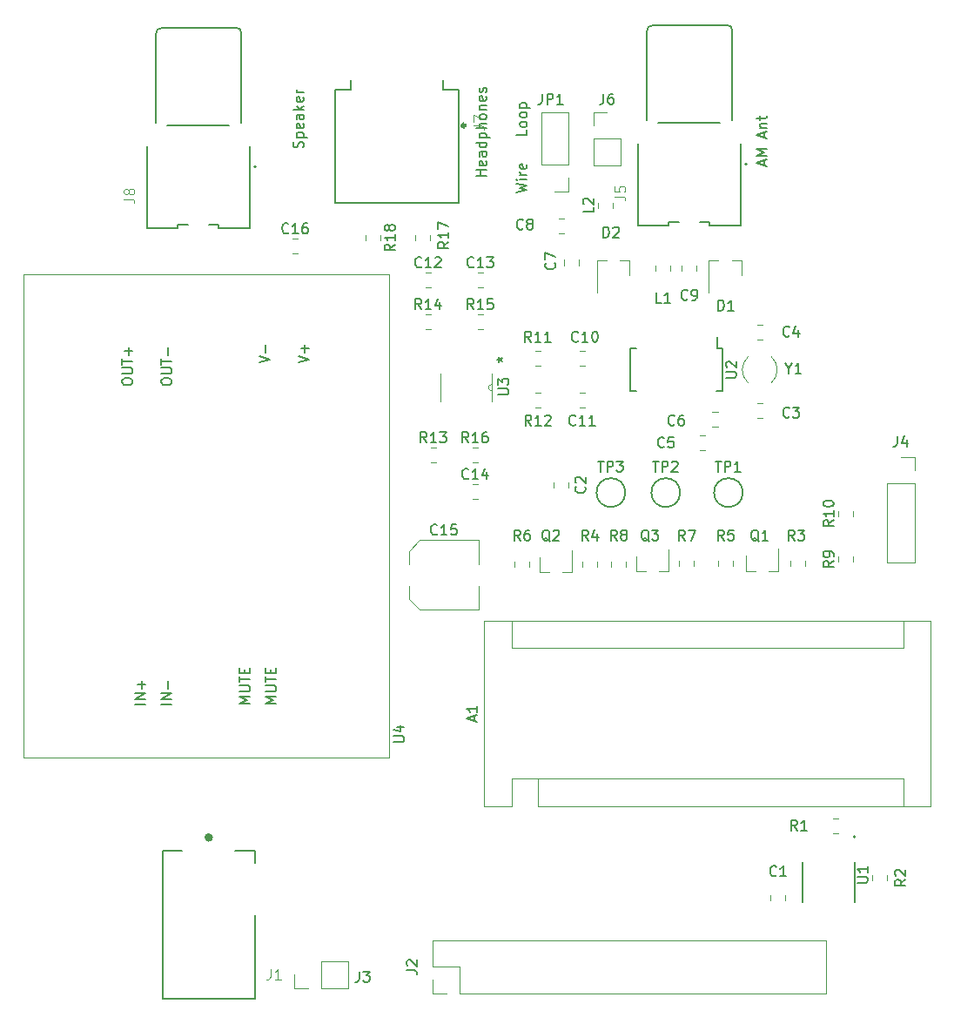
<source format=gbr>
%TF.GenerationSoftware,KiCad,Pcbnew,5.1.5+dfsg1-2build2*%
%TF.CreationDate,2022-03-24T11:55:02-04:00*%
%TF.ProjectId,Arduino controlled radio,41726475-696e-46f2-9063-6f6e74726f6c,rev?*%
%TF.SameCoordinates,Original*%
%TF.FileFunction,Legend,Top*%
%TF.FilePolarity,Positive*%
%FSLAX46Y46*%
G04 Gerber Fmt 4.6, Leading zero omitted, Abs format (unit mm)*
G04 Created by KiCad (PCBNEW 5.1.5+dfsg1-2build2) date 2022-03-24 11:55:02*
%MOMM*%
%LPD*%
G04 APERTURE LIST*
%ADD10C,0.150000*%
%ADD11C,0.120000*%
%ADD12C,0.127000*%
%ADD13C,0.200000*%
%ADD14C,0.340000*%
%ADD15C,0.400000*%
%ADD16C,0.015000*%
G04 APERTURE END LIST*
D10*
X129865380Y-48076904D02*
X128865380Y-48076904D01*
X129341571Y-48076904D02*
X129341571Y-47505476D01*
X129865380Y-47505476D02*
X128865380Y-47505476D01*
X129817761Y-46648333D02*
X129865380Y-46743571D01*
X129865380Y-46934047D01*
X129817761Y-47029285D01*
X129722523Y-47076904D01*
X129341571Y-47076904D01*
X129246333Y-47029285D01*
X129198714Y-46934047D01*
X129198714Y-46743571D01*
X129246333Y-46648333D01*
X129341571Y-46600714D01*
X129436809Y-46600714D01*
X129532047Y-47076904D01*
X129865380Y-45743571D02*
X129341571Y-45743571D01*
X129246333Y-45791190D01*
X129198714Y-45886428D01*
X129198714Y-46076904D01*
X129246333Y-46172142D01*
X129817761Y-45743571D02*
X129865380Y-45838809D01*
X129865380Y-46076904D01*
X129817761Y-46172142D01*
X129722523Y-46219761D01*
X129627285Y-46219761D01*
X129532047Y-46172142D01*
X129484428Y-46076904D01*
X129484428Y-45838809D01*
X129436809Y-45743571D01*
X129865380Y-44838809D02*
X128865380Y-44838809D01*
X129817761Y-44838809D02*
X129865380Y-44934047D01*
X129865380Y-45124523D01*
X129817761Y-45219761D01*
X129770142Y-45267380D01*
X129674904Y-45315000D01*
X129389190Y-45315000D01*
X129293952Y-45267380D01*
X129246333Y-45219761D01*
X129198714Y-45124523D01*
X129198714Y-44934047D01*
X129246333Y-44838809D01*
X129198714Y-44362619D02*
X130198714Y-44362619D01*
X129246333Y-44362619D02*
X129198714Y-44267380D01*
X129198714Y-44076904D01*
X129246333Y-43981666D01*
X129293952Y-43934047D01*
X129389190Y-43886428D01*
X129674904Y-43886428D01*
X129770142Y-43934047D01*
X129817761Y-43981666D01*
X129865380Y-44076904D01*
X129865380Y-44267380D01*
X129817761Y-44362619D01*
X129865380Y-43457857D02*
X128865380Y-43457857D01*
X129865380Y-43029285D02*
X129341571Y-43029285D01*
X129246333Y-43076904D01*
X129198714Y-43172142D01*
X129198714Y-43315000D01*
X129246333Y-43410238D01*
X129293952Y-43457857D01*
X129865380Y-42410238D02*
X129817761Y-42505476D01*
X129770142Y-42553095D01*
X129674904Y-42600714D01*
X129389190Y-42600714D01*
X129293952Y-42553095D01*
X129246333Y-42505476D01*
X129198714Y-42410238D01*
X129198714Y-42267380D01*
X129246333Y-42172142D01*
X129293952Y-42124523D01*
X129389190Y-42076904D01*
X129674904Y-42076904D01*
X129770142Y-42124523D01*
X129817761Y-42172142D01*
X129865380Y-42267380D01*
X129865380Y-42410238D01*
X129198714Y-41648333D02*
X129865380Y-41648333D01*
X129293952Y-41648333D02*
X129246333Y-41600714D01*
X129198714Y-41505476D01*
X129198714Y-41362619D01*
X129246333Y-41267380D01*
X129341571Y-41219761D01*
X129865380Y-41219761D01*
X129817761Y-40362619D02*
X129865380Y-40457857D01*
X129865380Y-40648333D01*
X129817761Y-40743571D01*
X129722523Y-40791190D01*
X129341571Y-40791190D01*
X129246333Y-40743571D01*
X129198714Y-40648333D01*
X129198714Y-40457857D01*
X129246333Y-40362619D01*
X129341571Y-40315000D01*
X129436809Y-40315000D01*
X129532047Y-40791190D01*
X129817761Y-39934047D02*
X129865380Y-39838809D01*
X129865380Y-39648333D01*
X129817761Y-39553095D01*
X129722523Y-39505476D01*
X129674904Y-39505476D01*
X129579666Y-39553095D01*
X129532047Y-39648333D01*
X129532047Y-39791190D01*
X129484428Y-39886428D01*
X129389190Y-39934047D01*
X129341571Y-39934047D01*
X129246333Y-39886428D01*
X129198714Y-39791190D01*
X129198714Y-39648333D01*
X129246333Y-39553095D01*
X112037761Y-45306904D02*
X112085380Y-45164047D01*
X112085380Y-44925952D01*
X112037761Y-44830714D01*
X111990142Y-44783095D01*
X111894904Y-44735476D01*
X111799666Y-44735476D01*
X111704428Y-44783095D01*
X111656809Y-44830714D01*
X111609190Y-44925952D01*
X111561571Y-45116428D01*
X111513952Y-45211666D01*
X111466333Y-45259285D01*
X111371095Y-45306904D01*
X111275857Y-45306904D01*
X111180619Y-45259285D01*
X111133000Y-45211666D01*
X111085380Y-45116428D01*
X111085380Y-44878333D01*
X111133000Y-44735476D01*
X111418714Y-44306904D02*
X112418714Y-44306904D01*
X111466333Y-44306904D02*
X111418714Y-44211666D01*
X111418714Y-44021190D01*
X111466333Y-43925952D01*
X111513952Y-43878333D01*
X111609190Y-43830714D01*
X111894904Y-43830714D01*
X111990142Y-43878333D01*
X112037761Y-43925952D01*
X112085380Y-44021190D01*
X112085380Y-44211666D01*
X112037761Y-44306904D01*
X112037761Y-43021190D02*
X112085380Y-43116428D01*
X112085380Y-43306904D01*
X112037761Y-43402142D01*
X111942523Y-43449761D01*
X111561571Y-43449761D01*
X111466333Y-43402142D01*
X111418714Y-43306904D01*
X111418714Y-43116428D01*
X111466333Y-43021190D01*
X111561571Y-42973571D01*
X111656809Y-42973571D01*
X111752047Y-43449761D01*
X112085380Y-42116428D02*
X111561571Y-42116428D01*
X111466333Y-42164047D01*
X111418714Y-42259285D01*
X111418714Y-42449761D01*
X111466333Y-42545000D01*
X112037761Y-42116428D02*
X112085380Y-42211666D01*
X112085380Y-42449761D01*
X112037761Y-42545000D01*
X111942523Y-42592619D01*
X111847285Y-42592619D01*
X111752047Y-42545000D01*
X111704428Y-42449761D01*
X111704428Y-42211666D01*
X111656809Y-42116428D01*
X112085380Y-41640238D02*
X111085380Y-41640238D01*
X111704428Y-41545000D02*
X112085380Y-41259285D01*
X111418714Y-41259285D02*
X111799666Y-41640238D01*
X112037761Y-40449761D02*
X112085380Y-40545000D01*
X112085380Y-40735476D01*
X112037761Y-40830714D01*
X111942523Y-40878333D01*
X111561571Y-40878333D01*
X111466333Y-40830714D01*
X111418714Y-40735476D01*
X111418714Y-40545000D01*
X111466333Y-40449761D01*
X111561571Y-40402142D01*
X111656809Y-40402142D01*
X111752047Y-40878333D01*
X112085380Y-39973571D02*
X111418714Y-39973571D01*
X111609190Y-39973571D02*
X111513952Y-39925952D01*
X111466333Y-39878333D01*
X111418714Y-39783095D01*
X111418714Y-39687857D01*
X132802380Y-49664761D02*
X133802380Y-49426666D01*
X133088095Y-49236190D01*
X133802380Y-49045714D01*
X132802380Y-48807619D01*
X133802380Y-48426666D02*
X133135714Y-48426666D01*
X132802380Y-48426666D02*
X132850000Y-48474285D01*
X132897619Y-48426666D01*
X132850000Y-48379047D01*
X132802380Y-48426666D01*
X132897619Y-48426666D01*
X133802380Y-47950476D02*
X133135714Y-47950476D01*
X133326190Y-47950476D02*
X133230952Y-47902857D01*
X133183333Y-47855238D01*
X133135714Y-47760000D01*
X133135714Y-47664761D01*
X133754761Y-46950476D02*
X133802380Y-47045714D01*
X133802380Y-47236190D01*
X133754761Y-47331428D01*
X133659523Y-47379047D01*
X133278571Y-47379047D01*
X133183333Y-47331428D01*
X133135714Y-47236190D01*
X133135714Y-47045714D01*
X133183333Y-46950476D01*
X133278571Y-46902857D01*
X133373809Y-46902857D01*
X133469047Y-47379047D01*
X133802380Y-43592619D02*
X133802380Y-44068809D01*
X132802380Y-44068809D01*
X133802380Y-43116428D02*
X133754761Y-43211666D01*
X133707142Y-43259285D01*
X133611904Y-43306904D01*
X133326190Y-43306904D01*
X133230952Y-43259285D01*
X133183333Y-43211666D01*
X133135714Y-43116428D01*
X133135714Y-42973571D01*
X133183333Y-42878333D01*
X133230952Y-42830714D01*
X133326190Y-42783095D01*
X133611904Y-42783095D01*
X133707142Y-42830714D01*
X133754761Y-42878333D01*
X133802380Y-42973571D01*
X133802380Y-43116428D01*
X133802380Y-42211666D02*
X133754761Y-42306904D01*
X133707142Y-42354523D01*
X133611904Y-42402142D01*
X133326190Y-42402142D01*
X133230952Y-42354523D01*
X133183333Y-42306904D01*
X133135714Y-42211666D01*
X133135714Y-42068809D01*
X133183333Y-41973571D01*
X133230952Y-41925952D01*
X133326190Y-41878333D01*
X133611904Y-41878333D01*
X133707142Y-41925952D01*
X133754761Y-41973571D01*
X133802380Y-42068809D01*
X133802380Y-42211666D01*
X133135714Y-41449761D02*
X134135714Y-41449761D01*
X133183333Y-41449761D02*
X133135714Y-41354523D01*
X133135714Y-41164047D01*
X133183333Y-41068809D01*
X133230952Y-41021190D01*
X133326190Y-40973571D01*
X133611904Y-40973571D01*
X133707142Y-41021190D01*
X133754761Y-41068809D01*
X133802380Y-41164047D01*
X133802380Y-41354523D01*
X133754761Y-41449761D01*
X156884666Y-47061142D02*
X156884666Y-46584952D01*
X157170380Y-47156380D02*
X156170380Y-46823047D01*
X157170380Y-46489714D01*
X157170380Y-46156380D02*
X156170380Y-46156380D01*
X156884666Y-45823047D01*
X156170380Y-45489714D01*
X157170380Y-45489714D01*
X156884666Y-44299238D02*
X156884666Y-43823047D01*
X157170380Y-44394476D02*
X156170380Y-44061142D01*
X157170380Y-43727809D01*
X156503714Y-43394476D02*
X157170380Y-43394476D01*
X156598952Y-43394476D02*
X156551333Y-43346857D01*
X156503714Y-43251619D01*
X156503714Y-43108761D01*
X156551333Y-43013523D01*
X156646571Y-42965904D01*
X157170380Y-42965904D01*
X156503714Y-42632571D02*
X156503714Y-42251619D01*
X156170380Y-42489714D02*
X157027523Y-42489714D01*
X157122761Y-42442095D01*
X157170380Y-42346857D01*
X157170380Y-42251619D01*
D11*
%TO.C,J2*%
X124654000Y-127568000D02*
X124654000Y-126238000D01*
X125984000Y-127568000D02*
X124654000Y-127568000D01*
X124654000Y-124968000D02*
X124654000Y-122368000D01*
X127254000Y-124968000D02*
X124654000Y-124968000D01*
X127254000Y-127568000D02*
X127254000Y-124968000D01*
X124654000Y-122368000D02*
X162874000Y-122368000D01*
X127254000Y-127568000D02*
X162874000Y-127568000D01*
X162874000Y-127568000D02*
X162874000Y-122368000D01*
%TO.C,U3*%
X130390900Y-68961000D02*
G75*
G02X130390900Y-68351400I0J304800D01*
G01*
X130390900Y-70029853D02*
X130390900Y-67282547D01*
X125387100Y-67282547D02*
X125387100Y-70029853D01*
%TO.C,R13*%
X124443748Y-75894000D02*
X124966252Y-75894000D01*
X124443748Y-74474000D02*
X124966252Y-74474000D01*
%TO.C,C10*%
X138921748Y-66496000D02*
X139444252Y-66496000D01*
X138921748Y-65076000D02*
X139444252Y-65076000D01*
%TO.C,R12*%
X135144252Y-69140000D02*
X134621748Y-69140000D01*
X135144252Y-70560000D02*
X134621748Y-70560000D01*
%TO.C,U4*%
X120396000Y-57658000D02*
X120396000Y-104648000D01*
X84836000Y-57658000D02*
X120396000Y-57658000D01*
X84836000Y-104648000D02*
X84836000Y-57658000D01*
X120396000Y-104648000D02*
X84836000Y-104648000D01*
%TO.C,C15*%
X122320000Y-89213563D02*
X123384437Y-90278000D01*
X122320000Y-84522437D02*
X123384437Y-83458000D01*
X122320000Y-84522437D02*
X122320000Y-85808000D01*
X122320000Y-89213563D02*
X122320000Y-87928000D01*
X123384437Y-90278000D02*
X129140000Y-90278000D01*
X123384437Y-83458000D02*
X129140000Y-83458000D01*
X129140000Y-83458000D02*
X129140000Y-85808000D01*
X129140000Y-90278000D02*
X129140000Y-87928000D01*
%TO.C,C16*%
X110999748Y-55574000D02*
X111522252Y-55574000D01*
X110999748Y-54154000D02*
X111522252Y-54154000D01*
%TO.C,C7*%
X137441000Y-56232248D02*
X137441000Y-56754752D01*
X138911000Y-56232248D02*
X138911000Y-56754752D01*
%TO.C,A1*%
X134874000Y-106680000D02*
X132334000Y-106680000D01*
X132334000Y-106680000D02*
X132334000Y-109350000D01*
X134874000Y-109350000D02*
X173104000Y-109350000D01*
X129664000Y-109350000D02*
X132334000Y-109350000D01*
X132334000Y-93980000D02*
X132334000Y-91310000D01*
X132334000Y-93980000D02*
X170434000Y-93980000D01*
X170434000Y-93980000D02*
X170434000Y-91310000D01*
X134874000Y-106680000D02*
X134874000Y-109350000D01*
X134874000Y-106680000D02*
X170434000Y-106680000D01*
X170434000Y-106680000D02*
X170434000Y-109350000D01*
X173104000Y-109350000D02*
X173104000Y-91310000D01*
X173104000Y-91310000D02*
X129664000Y-91310000D01*
X129664000Y-91310000D02*
X129664000Y-109350000D01*
%TO.C,R2*%
X167438000Y-116070748D02*
X167438000Y-116593252D01*
X168858000Y-116070748D02*
X168858000Y-116593252D01*
%TO.C,C14*%
X128507748Y-79450000D02*
X129030252Y-79450000D01*
X128507748Y-78030000D02*
X129030252Y-78030000D01*
%TO.C,C13*%
X129015748Y-58876000D02*
X129538252Y-58876000D01*
X129015748Y-57456000D02*
X129538252Y-57456000D01*
%TO.C,C3*%
X156224248Y-71601000D02*
X156746752Y-71601000D01*
X156224248Y-70131000D02*
X156746752Y-70131000D01*
%TO.C,Y1*%
X157593479Y-65658458D02*
G75*
G02X157594088Y-68199000I-1129479J-1270542D01*
G01*
X155334521Y-65658458D02*
G75*
G03X155333912Y-68199000I1129479J-1270542D01*
G01*
%TO.C,R18*%
X118162000Y-53831748D02*
X118162000Y-54354252D01*
X119582000Y-53831748D02*
X119582000Y-54354252D01*
%TO.C,R17*%
X122988000Y-53831748D02*
X122988000Y-54354252D01*
X124408000Y-53831748D02*
X124408000Y-54354252D01*
%TO.C,R16*%
X128507748Y-75894000D02*
X129030252Y-75894000D01*
X128507748Y-74474000D02*
X129030252Y-74474000D01*
%TO.C,R15*%
X129015748Y-62940000D02*
X129538252Y-62940000D01*
X129015748Y-61520000D02*
X129538252Y-61520000D01*
%TO.C,R14*%
X123935748Y-62940000D02*
X124458252Y-62940000D01*
X123935748Y-61520000D02*
X124458252Y-61520000D01*
%TO.C,R11*%
X135126252Y-65076000D02*
X134603748Y-65076000D01*
X135126252Y-66496000D02*
X134603748Y-66496000D01*
D12*
%TO.C,J8*%
X97704000Y-34290000D02*
G75*
G02X98314000Y-33680000I610000J0D01*
G01*
X105614000Y-33680000D02*
G75*
G02X106004000Y-34070000I0J-390000D01*
G01*
X106854000Y-53180000D02*
X106854000Y-45180000D01*
X104854000Y-43180000D02*
X98854000Y-43180000D01*
X106854000Y-53180000D02*
X103854000Y-53180000D01*
X103854000Y-53180000D02*
X103854000Y-52780000D01*
X99854000Y-52780000D02*
X99854000Y-53180000D01*
X99854000Y-53180000D02*
X96854000Y-53180000D01*
X96854000Y-53180000D02*
X96854000Y-45180000D01*
X100854000Y-52780000D02*
X99854000Y-52780000D01*
D13*
X107467000Y-47170000D02*
G75*
G03X107467000Y-47170000I-100000J0D01*
G01*
D12*
X97704000Y-42930000D02*
X97704000Y-34290000D01*
X98314000Y-33680000D02*
X105614000Y-33680000D01*
X106004000Y-34070000D02*
X106004000Y-42930000D01*
X103854000Y-52780000D02*
X102854000Y-52780000D01*
D14*
%TO.C,J7*%
X127828000Y-43180000D02*
G75*
G03X127828000Y-43180000I-170000J0D01*
G01*
D12*
X116658000Y-38780000D02*
X116658000Y-39680000D01*
X116658000Y-39680000D02*
X115158000Y-39680000D01*
X125658000Y-39680000D02*
X125658000Y-38780000D01*
X127158000Y-39680000D02*
X125658000Y-39680000D01*
X127158000Y-50680000D02*
X127158000Y-39680000D01*
X115158000Y-50680000D02*
X115158000Y-39680000D01*
X127158000Y-50680000D02*
X115158000Y-50680000D01*
D11*
%TO.C,C12*%
X123935748Y-58876000D02*
X124458252Y-58876000D01*
X123935748Y-57456000D02*
X124458252Y-57456000D01*
%TO.C,C11*%
X138921748Y-70560000D02*
X139444252Y-70560000D01*
X138921748Y-69140000D02*
X139444252Y-69140000D01*
D10*
%TO.C,TP2*%
X148720000Y-78867000D02*
G75*
G03X148720000Y-78867000I-1400000J0D01*
G01*
D11*
%TO.C,R10*%
X165556000Y-81169252D02*
X165556000Y-80646748D01*
X164136000Y-81169252D02*
X164136000Y-80646748D01*
%TO.C,R9*%
X165556000Y-85605252D02*
X165556000Y-85082748D01*
X164136000Y-85605252D02*
X164136000Y-85082748D01*
%TO.C,R8*%
X143458000Y-86104252D02*
X143458000Y-85581748D01*
X142038000Y-86104252D02*
X142038000Y-85581748D01*
%TO.C,R7*%
X148642000Y-85472748D02*
X148642000Y-85995252D01*
X150062000Y-85472748D02*
X150062000Y-85995252D01*
%TO.C,R6*%
X134060000Y-86104252D02*
X134060000Y-85581748D01*
X132640000Y-86104252D02*
X132640000Y-85581748D01*
%TO.C,R5*%
X153872000Y-85986252D02*
X153872000Y-85463748D01*
X152452000Y-85986252D02*
X152452000Y-85463748D01*
%TO.C,R4*%
X139244000Y-85581748D02*
X139244000Y-86104252D01*
X140664000Y-85581748D02*
X140664000Y-86104252D01*
%TO.C,R3*%
X159437000Y-85454748D02*
X159437000Y-85977252D01*
X160857000Y-85454748D02*
X160857000Y-85977252D01*
%TO.C,Q3*%
X144470000Y-86546000D02*
X144470000Y-85086000D01*
X147630000Y-86546000D02*
X147630000Y-84386000D01*
X147630000Y-86546000D02*
X146700000Y-86546000D01*
X144470000Y-86546000D02*
X145400000Y-86546000D01*
%TO.C,Q2*%
X135072000Y-86628000D02*
X135072000Y-85168000D01*
X138232000Y-86628000D02*
X138232000Y-84468000D01*
X138232000Y-86628000D02*
X137302000Y-86628000D01*
X135072000Y-86628000D02*
X136002000Y-86628000D01*
%TO.C,Q1*%
X155138000Y-86485000D02*
X155138000Y-85025000D01*
X158298000Y-86485000D02*
X158298000Y-84325000D01*
X158298000Y-86485000D02*
X157368000Y-86485000D01*
X155138000Y-86485000D02*
X156068000Y-86485000D01*
%TO.C,D2*%
X143820000Y-56263000D02*
X143820000Y-57723000D01*
X140660000Y-56263000D02*
X140660000Y-59423000D01*
X140660000Y-56263000D02*
X141590000Y-56263000D01*
X143820000Y-56263000D02*
X142890000Y-56263000D01*
%TO.C,D1*%
X154676000Y-56287000D02*
X154676000Y-57747000D01*
X151516000Y-56287000D02*
X151516000Y-59447000D01*
X151516000Y-56287000D02*
X152446000Y-56287000D01*
X154676000Y-56287000D02*
X153746000Y-56287000D01*
%TO.C,J4*%
X170180000Y-75378000D02*
X171510000Y-75378000D01*
X171510000Y-75378000D02*
X171510000Y-76708000D01*
X171510000Y-77978000D02*
X171510000Y-85658000D01*
X168850000Y-85658000D02*
X171510000Y-85658000D01*
X168850000Y-77978000D02*
X168850000Y-85658000D01*
X168850000Y-77978000D02*
X171510000Y-77978000D01*
D15*
%TO.C,J1*%
X103070000Y-112404000D02*
G75*
G03X103070000Y-112404000I-200000J0D01*
G01*
D12*
X105420000Y-113704000D02*
X107370000Y-113704000D01*
X107370000Y-119954000D02*
X107370000Y-128104000D01*
X98370000Y-113704000D02*
X100220000Y-113704000D01*
X107370000Y-113704000D02*
X107370000Y-114854000D01*
X98370000Y-128104000D02*
X98370000Y-113704000D01*
X107370000Y-128104000D02*
X98370000Y-128104000D01*
D11*
%TO.C,L2*%
X142188000Y-51197252D02*
X142188000Y-50674748D01*
X140768000Y-51197252D02*
X140768000Y-50674748D01*
%TO.C,C4*%
X156224248Y-63981000D02*
X156746752Y-63981000D01*
X156224248Y-62511000D02*
X156746752Y-62511000D01*
D10*
%TO.C,TP3*%
X143386000Y-78867000D02*
G75*
G03X143386000Y-78867000I-1400000J0D01*
G01*
D11*
%TO.C,C9*%
X148871000Y-56783248D02*
X148871000Y-57305752D01*
X150341000Y-56783248D02*
X150341000Y-57305752D01*
%TO.C,C8*%
X136898748Y-53672500D02*
X137421252Y-53672500D01*
X136898748Y-52202500D02*
X137421252Y-52202500D01*
%TO.C,C2*%
X137895000Y-78387752D02*
X137895000Y-77865248D01*
X136425000Y-78387752D02*
X136425000Y-77865248D01*
%TO.C,J6*%
X140275000Y-41850000D02*
X141605000Y-41850000D01*
X140275000Y-43180000D02*
X140275000Y-41850000D01*
X140275000Y-44450000D02*
X142935000Y-44450000D01*
X142935000Y-44450000D02*
X142935000Y-47050000D01*
X140275000Y-44450000D02*
X140275000Y-47050000D01*
X140275000Y-47050000D02*
X142935000Y-47050000D01*
D10*
%TO.C,TP1*%
X154816000Y-78867000D02*
G75*
G03X154816000Y-78867000I-1400000J0D01*
G01*
D11*
%TO.C,JP1*%
X137855000Y-49590000D02*
X136525000Y-49590000D01*
X137855000Y-48260000D02*
X137855000Y-49590000D01*
X137855000Y-46990000D02*
X135195000Y-46990000D01*
X135195000Y-46990000D02*
X135195000Y-41850000D01*
X137855000Y-46990000D02*
X137855000Y-41850000D01*
X137855000Y-41850000D02*
X135195000Y-41850000D01*
%TO.C,L1*%
X147776000Y-57284252D02*
X147776000Y-56761748D01*
X146356000Y-57284252D02*
X146356000Y-56761748D01*
D13*
%TO.C,U1*%
X165770000Y-112330000D02*
G75*
G03X165770000Y-112330000I-100000J0D01*
G01*
D12*
X165720000Y-114825000D02*
X165720000Y-118725000D01*
X160670000Y-114825000D02*
X160670000Y-118725000D01*
D11*
%TO.C,C5*%
X150636248Y-74776000D02*
X151158752Y-74776000D01*
X150636248Y-73306000D02*
X151158752Y-73306000D01*
%TO.C,C6*%
X152385752Y-71020000D02*
X151863248Y-71020000D01*
X152385752Y-72490000D02*
X151863248Y-72490000D01*
%TO.C,R1*%
X163618936Y-111987000D02*
X164073064Y-111987000D01*
X163618936Y-110517000D02*
X164073064Y-110517000D01*
%TO.C,C1*%
X157507000Y-117997248D02*
X157507000Y-118519752D01*
X158977000Y-117997248D02*
X158977000Y-118519752D01*
%TO.C,J3*%
X111192000Y-127060000D02*
X111192000Y-125730000D01*
X112522000Y-127060000D02*
X111192000Y-127060000D01*
X113792000Y-127060000D02*
X113792000Y-124400000D01*
X113792000Y-124400000D02*
X116392000Y-124400000D01*
X113792000Y-127060000D02*
X116392000Y-127060000D01*
X116392000Y-127060000D02*
X116392000Y-124400000D01*
D12*
%TO.C,J5*%
X145456000Y-34036000D02*
G75*
G02X146066000Y-33426000I610000J0D01*
G01*
X153366000Y-33426000D02*
G75*
G02X153756000Y-33816000I0J-390000D01*
G01*
X154606000Y-52926000D02*
X154606000Y-44926000D01*
X152606000Y-42926000D02*
X146606000Y-42926000D01*
X154606000Y-52926000D02*
X151606000Y-52926000D01*
X151606000Y-52926000D02*
X151606000Y-52526000D01*
X147606000Y-52526000D02*
X147606000Y-52926000D01*
X147606000Y-52926000D02*
X144606000Y-52926000D01*
X144606000Y-52926000D02*
X144606000Y-44926000D01*
X148606000Y-52526000D02*
X147606000Y-52526000D01*
D13*
X155219000Y-46916000D02*
G75*
G03X155219000Y-46916000I-100000J0D01*
G01*
D12*
X145456000Y-42676000D02*
X145456000Y-34036000D01*
X146066000Y-33426000D02*
X153366000Y-33426000D01*
X153756000Y-33816000D02*
X153756000Y-42676000D01*
X151606000Y-52526000D02*
X150606000Y-52526000D01*
D10*
%TO.C,U2*%
X152336000Y-64854000D02*
X152336000Y-63729000D01*
X143861000Y-64854000D02*
X143861000Y-69004000D01*
X152811000Y-64854000D02*
X152811000Y-69004000D01*
X143861000Y-64854000D02*
X144418500Y-64854000D01*
X143861000Y-69004000D02*
X144418500Y-69004000D01*
X152811000Y-69004000D02*
X152253500Y-69004000D01*
X152811000Y-64854000D02*
X152336000Y-64854000D01*
%TO.C,J2*%
X122134380Y-125301333D02*
X122848666Y-125301333D01*
X122991523Y-125348952D01*
X123086761Y-125444190D01*
X123134380Y-125587047D01*
X123134380Y-125682285D01*
X122229619Y-124872761D02*
X122182000Y-124825142D01*
X122134380Y-124729904D01*
X122134380Y-124491809D01*
X122182000Y-124396571D01*
X122229619Y-124348952D01*
X122324857Y-124301333D01*
X122420095Y-124301333D01*
X122562952Y-124348952D01*
X123134380Y-124920380D01*
X123134380Y-124301333D01*
%TO.C,U3*%
X131024380Y-69341904D02*
X131833904Y-69341904D01*
X131929142Y-69294285D01*
X131976761Y-69246666D01*
X132024380Y-69151428D01*
X132024380Y-68960952D01*
X131976761Y-68865714D01*
X131929142Y-68818095D01*
X131833904Y-68770476D01*
X131024380Y-68770476D01*
X131024380Y-68389523D02*
X131024380Y-67770476D01*
X131405333Y-68103809D01*
X131405333Y-67960952D01*
X131452952Y-67865714D01*
X131500571Y-67818095D01*
X131595809Y-67770476D01*
X131833904Y-67770476D01*
X131929142Y-67818095D01*
X131976761Y-67865714D01*
X132024380Y-67960952D01*
X132024380Y-68246666D01*
X131976761Y-68341904D01*
X131929142Y-68389523D01*
X130948180Y-65938400D02*
X131186276Y-65938400D01*
X131091038Y-66176495D02*
X131186276Y-65938400D01*
X131091038Y-65700304D01*
X131376752Y-66081257D02*
X131186276Y-65938400D01*
X131376752Y-65795542D01*
X130948180Y-65938400D02*
X131186276Y-65938400D01*
X131091038Y-66176495D02*
X131186276Y-65938400D01*
X131091038Y-65700304D01*
X131376752Y-66081257D02*
X131186276Y-65938400D01*
X131376752Y-65795542D01*
%TO.C,R13*%
X124062142Y-73986380D02*
X123728809Y-73510190D01*
X123490714Y-73986380D02*
X123490714Y-72986380D01*
X123871666Y-72986380D01*
X123966904Y-73034000D01*
X124014523Y-73081619D01*
X124062142Y-73176857D01*
X124062142Y-73319714D01*
X124014523Y-73414952D01*
X123966904Y-73462571D01*
X123871666Y-73510190D01*
X123490714Y-73510190D01*
X125014523Y-73986380D02*
X124443095Y-73986380D01*
X124728809Y-73986380D02*
X124728809Y-72986380D01*
X124633571Y-73129238D01*
X124538333Y-73224476D01*
X124443095Y-73272095D01*
X125347857Y-72986380D02*
X125966904Y-72986380D01*
X125633571Y-73367333D01*
X125776428Y-73367333D01*
X125871666Y-73414952D01*
X125919285Y-73462571D01*
X125966904Y-73557809D01*
X125966904Y-73795904D01*
X125919285Y-73891142D01*
X125871666Y-73938761D01*
X125776428Y-73986380D01*
X125490714Y-73986380D01*
X125395476Y-73938761D01*
X125347857Y-73891142D01*
%TO.C,C10*%
X138803142Y-64111142D02*
X138755523Y-64158761D01*
X138612666Y-64206380D01*
X138517428Y-64206380D01*
X138374571Y-64158761D01*
X138279333Y-64063523D01*
X138231714Y-63968285D01*
X138184095Y-63777809D01*
X138184095Y-63634952D01*
X138231714Y-63444476D01*
X138279333Y-63349238D01*
X138374571Y-63254000D01*
X138517428Y-63206380D01*
X138612666Y-63206380D01*
X138755523Y-63254000D01*
X138803142Y-63301619D01*
X139755523Y-64206380D02*
X139184095Y-64206380D01*
X139469809Y-64206380D02*
X139469809Y-63206380D01*
X139374571Y-63349238D01*
X139279333Y-63444476D01*
X139184095Y-63492095D01*
X140374571Y-63206380D02*
X140469809Y-63206380D01*
X140565047Y-63254000D01*
X140612666Y-63301619D01*
X140660285Y-63396857D01*
X140707904Y-63587333D01*
X140707904Y-63825428D01*
X140660285Y-64015904D01*
X140612666Y-64111142D01*
X140565047Y-64158761D01*
X140469809Y-64206380D01*
X140374571Y-64206380D01*
X140279333Y-64158761D01*
X140231714Y-64111142D01*
X140184095Y-64015904D01*
X140136476Y-63825428D01*
X140136476Y-63587333D01*
X140184095Y-63396857D01*
X140231714Y-63301619D01*
X140279333Y-63254000D01*
X140374571Y-63206380D01*
%TO.C,R12*%
X134240142Y-72334380D02*
X133906809Y-71858190D01*
X133668714Y-72334380D02*
X133668714Y-71334380D01*
X134049666Y-71334380D01*
X134144904Y-71382000D01*
X134192523Y-71429619D01*
X134240142Y-71524857D01*
X134240142Y-71667714D01*
X134192523Y-71762952D01*
X134144904Y-71810571D01*
X134049666Y-71858190D01*
X133668714Y-71858190D01*
X135192523Y-72334380D02*
X134621095Y-72334380D01*
X134906809Y-72334380D02*
X134906809Y-71334380D01*
X134811571Y-71477238D01*
X134716333Y-71572476D01*
X134621095Y-71620095D01*
X135573476Y-71429619D02*
X135621095Y-71382000D01*
X135716333Y-71334380D01*
X135954428Y-71334380D01*
X136049666Y-71382000D01*
X136097285Y-71429619D01*
X136144904Y-71524857D01*
X136144904Y-71620095D01*
X136097285Y-71762952D01*
X135525857Y-72334380D01*
X136144904Y-72334380D01*
%TO.C,U4*%
X120864380Y-103123904D02*
X121673904Y-103123904D01*
X121769142Y-103076285D01*
X121816761Y-103028666D01*
X121864380Y-102933428D01*
X121864380Y-102742952D01*
X121816761Y-102647714D01*
X121769142Y-102600095D01*
X121673904Y-102552476D01*
X120864380Y-102552476D01*
X121197714Y-101647714D02*
X121864380Y-101647714D01*
X120816761Y-101885809D02*
X121531047Y-102123904D01*
X121531047Y-101504857D01*
X107783380Y-66230380D02*
X108783380Y-65897047D01*
X107783380Y-65563714D01*
X108402428Y-65230380D02*
X108402428Y-64468476D01*
X111593380Y-66230380D02*
X112593380Y-65897047D01*
X111593380Y-65563714D01*
X112212428Y-65230380D02*
X112212428Y-64468476D01*
X112593380Y-64849428D02*
X111831476Y-64849428D01*
X98258380Y-68167047D02*
X98258380Y-67976571D01*
X98306000Y-67881333D01*
X98401238Y-67786095D01*
X98591714Y-67738476D01*
X98925047Y-67738476D01*
X99115523Y-67786095D01*
X99210761Y-67881333D01*
X99258380Y-67976571D01*
X99258380Y-68167047D01*
X99210761Y-68262285D01*
X99115523Y-68357523D01*
X98925047Y-68405142D01*
X98591714Y-68405142D01*
X98401238Y-68357523D01*
X98306000Y-68262285D01*
X98258380Y-68167047D01*
X98258380Y-67309904D02*
X99067904Y-67309904D01*
X99163142Y-67262285D01*
X99210761Y-67214666D01*
X99258380Y-67119428D01*
X99258380Y-66928952D01*
X99210761Y-66833714D01*
X99163142Y-66786095D01*
X99067904Y-66738476D01*
X98258380Y-66738476D01*
X98258380Y-66405142D02*
X98258380Y-65833714D01*
X99258380Y-66119428D02*
X98258380Y-66119428D01*
X98877428Y-65500380D02*
X98877428Y-64738476D01*
X94448380Y-68167047D02*
X94448380Y-67976571D01*
X94496000Y-67881333D01*
X94591238Y-67786095D01*
X94781714Y-67738476D01*
X95115047Y-67738476D01*
X95305523Y-67786095D01*
X95400761Y-67881333D01*
X95448380Y-67976571D01*
X95448380Y-68167047D01*
X95400761Y-68262285D01*
X95305523Y-68357523D01*
X95115047Y-68405142D01*
X94781714Y-68405142D01*
X94591238Y-68357523D01*
X94496000Y-68262285D01*
X94448380Y-68167047D01*
X94448380Y-67309904D02*
X95257904Y-67309904D01*
X95353142Y-67262285D01*
X95400761Y-67214666D01*
X95448380Y-67119428D01*
X95448380Y-66928952D01*
X95400761Y-66833714D01*
X95353142Y-66786095D01*
X95257904Y-66738476D01*
X94448380Y-66738476D01*
X94448380Y-66405142D02*
X94448380Y-65833714D01*
X95448380Y-66119428D02*
X94448380Y-66119428D01*
X95067428Y-65500380D02*
X95067428Y-64738476D01*
X95448380Y-65119428D02*
X94686476Y-65119428D01*
X109418380Y-99353476D02*
X108418380Y-99353476D01*
X109132666Y-99020142D01*
X108418380Y-98686809D01*
X109418380Y-98686809D01*
X108418380Y-98210619D02*
X109227904Y-98210619D01*
X109323142Y-98163000D01*
X109370761Y-98115380D01*
X109418380Y-98020142D01*
X109418380Y-97829666D01*
X109370761Y-97734428D01*
X109323142Y-97686809D01*
X109227904Y-97639190D01*
X108418380Y-97639190D01*
X108418380Y-97305857D02*
X108418380Y-96734428D01*
X109418380Y-97020142D02*
X108418380Y-97020142D01*
X108894571Y-96401095D02*
X108894571Y-96067761D01*
X109418380Y-95924904D02*
X109418380Y-96401095D01*
X108418380Y-96401095D01*
X108418380Y-95924904D01*
X106878380Y-99353476D02*
X105878380Y-99353476D01*
X106592666Y-99020142D01*
X105878380Y-98686809D01*
X106878380Y-98686809D01*
X105878380Y-98210619D02*
X106687904Y-98210619D01*
X106783142Y-98163000D01*
X106830761Y-98115380D01*
X106878380Y-98020142D01*
X106878380Y-97829666D01*
X106830761Y-97734428D01*
X106783142Y-97686809D01*
X106687904Y-97639190D01*
X105878380Y-97639190D01*
X105878380Y-97305857D02*
X105878380Y-96734428D01*
X106878380Y-97020142D02*
X105878380Y-97020142D01*
X106354571Y-96401095D02*
X106354571Y-96067761D01*
X106878380Y-95924904D02*
X106878380Y-96401095D01*
X105878380Y-96401095D01*
X105878380Y-95924904D01*
X99258380Y-99440857D02*
X98258380Y-99440857D01*
X99258380Y-98964666D02*
X98258380Y-98964666D01*
X99258380Y-98393238D01*
X98258380Y-98393238D01*
X98877428Y-97917047D02*
X98877428Y-97155142D01*
X96718380Y-99440857D02*
X95718380Y-99440857D01*
X96718380Y-98964666D02*
X95718380Y-98964666D01*
X96718380Y-98393238D01*
X95718380Y-98393238D01*
X96337428Y-97917047D02*
X96337428Y-97155142D01*
X96718380Y-97536095D02*
X95956476Y-97536095D01*
%TO.C,C15*%
X125087142Y-82875142D02*
X125039523Y-82922761D01*
X124896666Y-82970380D01*
X124801428Y-82970380D01*
X124658571Y-82922761D01*
X124563333Y-82827523D01*
X124515714Y-82732285D01*
X124468095Y-82541809D01*
X124468095Y-82398952D01*
X124515714Y-82208476D01*
X124563333Y-82113238D01*
X124658571Y-82018000D01*
X124801428Y-81970380D01*
X124896666Y-81970380D01*
X125039523Y-82018000D01*
X125087142Y-82065619D01*
X126039523Y-82970380D02*
X125468095Y-82970380D01*
X125753809Y-82970380D02*
X125753809Y-81970380D01*
X125658571Y-82113238D01*
X125563333Y-82208476D01*
X125468095Y-82256095D01*
X126944285Y-81970380D02*
X126468095Y-81970380D01*
X126420476Y-82446571D01*
X126468095Y-82398952D01*
X126563333Y-82351333D01*
X126801428Y-82351333D01*
X126896666Y-82398952D01*
X126944285Y-82446571D01*
X126991904Y-82541809D01*
X126991904Y-82779904D01*
X126944285Y-82875142D01*
X126896666Y-82922761D01*
X126801428Y-82970380D01*
X126563333Y-82970380D01*
X126468095Y-82922761D01*
X126420476Y-82875142D01*
%TO.C,C16*%
X110618142Y-53571142D02*
X110570523Y-53618761D01*
X110427666Y-53666380D01*
X110332428Y-53666380D01*
X110189571Y-53618761D01*
X110094333Y-53523523D01*
X110046714Y-53428285D01*
X109999095Y-53237809D01*
X109999095Y-53094952D01*
X110046714Y-52904476D01*
X110094333Y-52809238D01*
X110189571Y-52714000D01*
X110332428Y-52666380D01*
X110427666Y-52666380D01*
X110570523Y-52714000D01*
X110618142Y-52761619D01*
X111570523Y-53666380D02*
X110999095Y-53666380D01*
X111284809Y-53666380D02*
X111284809Y-52666380D01*
X111189571Y-52809238D01*
X111094333Y-52904476D01*
X110999095Y-52952095D01*
X112427666Y-52666380D02*
X112237190Y-52666380D01*
X112141952Y-52714000D01*
X112094333Y-52761619D01*
X111999095Y-52904476D01*
X111951476Y-53094952D01*
X111951476Y-53475904D01*
X111999095Y-53571142D01*
X112046714Y-53618761D01*
X112141952Y-53666380D01*
X112332428Y-53666380D01*
X112427666Y-53618761D01*
X112475285Y-53571142D01*
X112522904Y-53475904D01*
X112522904Y-53237809D01*
X112475285Y-53142571D01*
X112427666Y-53094952D01*
X112332428Y-53047333D01*
X112141952Y-53047333D01*
X112046714Y-53094952D01*
X111999095Y-53142571D01*
X111951476Y-53237809D01*
%TO.C,C7*%
X136501142Y-56554666D02*
X136548761Y-56602285D01*
X136596380Y-56745142D01*
X136596380Y-56840380D01*
X136548761Y-56983238D01*
X136453523Y-57078476D01*
X136358285Y-57126095D01*
X136167809Y-57173714D01*
X136024952Y-57173714D01*
X135834476Y-57126095D01*
X135739238Y-57078476D01*
X135644000Y-56983238D01*
X135596380Y-56840380D01*
X135596380Y-56745142D01*
X135644000Y-56602285D01*
X135691619Y-56554666D01*
X135596380Y-56221333D02*
X135596380Y-55554666D01*
X136596380Y-55983238D01*
%TO.C,A1*%
X128690666Y-101044285D02*
X128690666Y-100568095D01*
X128976380Y-101139523D02*
X127976380Y-100806190D01*
X128976380Y-100472857D01*
X128976380Y-99615714D02*
X128976380Y-100187142D01*
X128976380Y-99901428D02*
X127976380Y-99901428D01*
X128119238Y-99996666D01*
X128214476Y-100091904D01*
X128262095Y-100187142D01*
%TO.C,R2*%
X170632380Y-116498666D02*
X170156190Y-116832000D01*
X170632380Y-117070095D02*
X169632380Y-117070095D01*
X169632380Y-116689142D01*
X169680000Y-116593904D01*
X169727619Y-116546285D01*
X169822857Y-116498666D01*
X169965714Y-116498666D01*
X170060952Y-116546285D01*
X170108571Y-116593904D01*
X170156190Y-116689142D01*
X170156190Y-117070095D01*
X169727619Y-116117714D02*
X169680000Y-116070095D01*
X169632380Y-115974857D01*
X169632380Y-115736761D01*
X169680000Y-115641523D01*
X169727619Y-115593904D01*
X169822857Y-115546285D01*
X169918095Y-115546285D01*
X170060952Y-115593904D01*
X170632380Y-116165333D01*
X170632380Y-115546285D01*
%TO.C,C14*%
X128126142Y-77447142D02*
X128078523Y-77494761D01*
X127935666Y-77542380D01*
X127840428Y-77542380D01*
X127697571Y-77494761D01*
X127602333Y-77399523D01*
X127554714Y-77304285D01*
X127507095Y-77113809D01*
X127507095Y-76970952D01*
X127554714Y-76780476D01*
X127602333Y-76685238D01*
X127697571Y-76590000D01*
X127840428Y-76542380D01*
X127935666Y-76542380D01*
X128078523Y-76590000D01*
X128126142Y-76637619D01*
X129078523Y-77542380D02*
X128507095Y-77542380D01*
X128792809Y-77542380D02*
X128792809Y-76542380D01*
X128697571Y-76685238D01*
X128602333Y-76780476D01*
X128507095Y-76828095D01*
X129935666Y-76875714D02*
X129935666Y-77542380D01*
X129697571Y-76494761D02*
X129459476Y-77209047D01*
X130078523Y-77209047D01*
%TO.C,C13*%
X128634142Y-56873142D02*
X128586523Y-56920761D01*
X128443666Y-56968380D01*
X128348428Y-56968380D01*
X128205571Y-56920761D01*
X128110333Y-56825523D01*
X128062714Y-56730285D01*
X128015095Y-56539809D01*
X128015095Y-56396952D01*
X128062714Y-56206476D01*
X128110333Y-56111238D01*
X128205571Y-56016000D01*
X128348428Y-55968380D01*
X128443666Y-55968380D01*
X128586523Y-56016000D01*
X128634142Y-56063619D01*
X129586523Y-56968380D02*
X129015095Y-56968380D01*
X129300809Y-56968380D02*
X129300809Y-55968380D01*
X129205571Y-56111238D01*
X129110333Y-56206476D01*
X129015095Y-56254095D01*
X129919857Y-55968380D02*
X130538904Y-55968380D01*
X130205571Y-56349333D01*
X130348428Y-56349333D01*
X130443666Y-56396952D01*
X130491285Y-56444571D01*
X130538904Y-56539809D01*
X130538904Y-56777904D01*
X130491285Y-56873142D01*
X130443666Y-56920761D01*
X130348428Y-56968380D01*
X130062714Y-56968380D01*
X129967476Y-56920761D01*
X129919857Y-56873142D01*
%TO.C,C3*%
X159345333Y-71477142D02*
X159297714Y-71524761D01*
X159154857Y-71572380D01*
X159059619Y-71572380D01*
X158916761Y-71524761D01*
X158821523Y-71429523D01*
X158773904Y-71334285D01*
X158726285Y-71143809D01*
X158726285Y-71000952D01*
X158773904Y-70810476D01*
X158821523Y-70715238D01*
X158916761Y-70620000D01*
X159059619Y-70572380D01*
X159154857Y-70572380D01*
X159297714Y-70620000D01*
X159345333Y-70667619D01*
X159678666Y-70572380D02*
X160297714Y-70572380D01*
X159964380Y-70953333D01*
X160107238Y-70953333D01*
X160202476Y-71000952D01*
X160250095Y-71048571D01*
X160297714Y-71143809D01*
X160297714Y-71381904D01*
X160250095Y-71477142D01*
X160202476Y-71524761D01*
X160107238Y-71572380D01*
X159821523Y-71572380D01*
X159726285Y-71524761D01*
X159678666Y-71477142D01*
%TO.C,Y1*%
X159289809Y-66778190D02*
X159289809Y-67254380D01*
X158956476Y-66254380D02*
X159289809Y-66778190D01*
X159623142Y-66254380D01*
X160480285Y-67254380D02*
X159908857Y-67254380D01*
X160194571Y-67254380D02*
X160194571Y-66254380D01*
X160099333Y-66397238D01*
X160004095Y-66492476D01*
X159908857Y-66540095D01*
%TO.C,R18*%
X120974380Y-54735857D02*
X120498190Y-55069190D01*
X120974380Y-55307285D02*
X119974380Y-55307285D01*
X119974380Y-54926333D01*
X120022000Y-54831095D01*
X120069619Y-54783476D01*
X120164857Y-54735857D01*
X120307714Y-54735857D01*
X120402952Y-54783476D01*
X120450571Y-54831095D01*
X120498190Y-54926333D01*
X120498190Y-55307285D01*
X120974380Y-53783476D02*
X120974380Y-54354904D01*
X120974380Y-54069190D02*
X119974380Y-54069190D01*
X120117238Y-54164428D01*
X120212476Y-54259666D01*
X120260095Y-54354904D01*
X120402952Y-53212047D02*
X120355333Y-53307285D01*
X120307714Y-53354904D01*
X120212476Y-53402523D01*
X120164857Y-53402523D01*
X120069619Y-53354904D01*
X120022000Y-53307285D01*
X119974380Y-53212047D01*
X119974380Y-53021571D01*
X120022000Y-52926333D01*
X120069619Y-52878714D01*
X120164857Y-52831095D01*
X120212476Y-52831095D01*
X120307714Y-52878714D01*
X120355333Y-52926333D01*
X120402952Y-53021571D01*
X120402952Y-53212047D01*
X120450571Y-53307285D01*
X120498190Y-53354904D01*
X120593428Y-53402523D01*
X120783904Y-53402523D01*
X120879142Y-53354904D01*
X120926761Y-53307285D01*
X120974380Y-53212047D01*
X120974380Y-53021571D01*
X120926761Y-52926333D01*
X120879142Y-52878714D01*
X120783904Y-52831095D01*
X120593428Y-52831095D01*
X120498190Y-52878714D01*
X120450571Y-52926333D01*
X120402952Y-53021571D01*
%TO.C,R17*%
X126182380Y-54490857D02*
X125706190Y-54824190D01*
X126182380Y-55062285D02*
X125182380Y-55062285D01*
X125182380Y-54681333D01*
X125230000Y-54586095D01*
X125277619Y-54538476D01*
X125372857Y-54490857D01*
X125515714Y-54490857D01*
X125610952Y-54538476D01*
X125658571Y-54586095D01*
X125706190Y-54681333D01*
X125706190Y-55062285D01*
X126182380Y-53538476D02*
X126182380Y-54109904D01*
X126182380Y-53824190D02*
X125182380Y-53824190D01*
X125325238Y-53919428D01*
X125420476Y-54014666D01*
X125468095Y-54109904D01*
X125182380Y-53205142D02*
X125182380Y-52538476D01*
X126182380Y-52967047D01*
%TO.C,R16*%
X128126142Y-73986380D02*
X127792809Y-73510190D01*
X127554714Y-73986380D02*
X127554714Y-72986380D01*
X127935666Y-72986380D01*
X128030904Y-73034000D01*
X128078523Y-73081619D01*
X128126142Y-73176857D01*
X128126142Y-73319714D01*
X128078523Y-73414952D01*
X128030904Y-73462571D01*
X127935666Y-73510190D01*
X127554714Y-73510190D01*
X129078523Y-73986380D02*
X128507095Y-73986380D01*
X128792809Y-73986380D02*
X128792809Y-72986380D01*
X128697571Y-73129238D01*
X128602333Y-73224476D01*
X128507095Y-73272095D01*
X129935666Y-72986380D02*
X129745190Y-72986380D01*
X129649952Y-73034000D01*
X129602333Y-73081619D01*
X129507095Y-73224476D01*
X129459476Y-73414952D01*
X129459476Y-73795904D01*
X129507095Y-73891142D01*
X129554714Y-73938761D01*
X129649952Y-73986380D01*
X129840428Y-73986380D01*
X129935666Y-73938761D01*
X129983285Y-73891142D01*
X130030904Y-73795904D01*
X130030904Y-73557809D01*
X129983285Y-73462571D01*
X129935666Y-73414952D01*
X129840428Y-73367333D01*
X129649952Y-73367333D01*
X129554714Y-73414952D01*
X129507095Y-73462571D01*
X129459476Y-73557809D01*
%TO.C,R15*%
X128634142Y-61032380D02*
X128300809Y-60556190D01*
X128062714Y-61032380D02*
X128062714Y-60032380D01*
X128443666Y-60032380D01*
X128538904Y-60080000D01*
X128586523Y-60127619D01*
X128634142Y-60222857D01*
X128634142Y-60365714D01*
X128586523Y-60460952D01*
X128538904Y-60508571D01*
X128443666Y-60556190D01*
X128062714Y-60556190D01*
X129586523Y-61032380D02*
X129015095Y-61032380D01*
X129300809Y-61032380D02*
X129300809Y-60032380D01*
X129205571Y-60175238D01*
X129110333Y-60270476D01*
X129015095Y-60318095D01*
X130491285Y-60032380D02*
X130015095Y-60032380D01*
X129967476Y-60508571D01*
X130015095Y-60460952D01*
X130110333Y-60413333D01*
X130348428Y-60413333D01*
X130443666Y-60460952D01*
X130491285Y-60508571D01*
X130538904Y-60603809D01*
X130538904Y-60841904D01*
X130491285Y-60937142D01*
X130443666Y-60984761D01*
X130348428Y-61032380D01*
X130110333Y-61032380D01*
X130015095Y-60984761D01*
X129967476Y-60937142D01*
%TO.C,R14*%
X123554142Y-61032380D02*
X123220809Y-60556190D01*
X122982714Y-61032380D02*
X122982714Y-60032380D01*
X123363666Y-60032380D01*
X123458904Y-60080000D01*
X123506523Y-60127619D01*
X123554142Y-60222857D01*
X123554142Y-60365714D01*
X123506523Y-60460952D01*
X123458904Y-60508571D01*
X123363666Y-60556190D01*
X122982714Y-60556190D01*
X124506523Y-61032380D02*
X123935095Y-61032380D01*
X124220809Y-61032380D02*
X124220809Y-60032380D01*
X124125571Y-60175238D01*
X124030333Y-60270476D01*
X123935095Y-60318095D01*
X125363666Y-60365714D02*
X125363666Y-61032380D01*
X125125571Y-59984761D02*
X124887476Y-60699047D01*
X125506523Y-60699047D01*
%TO.C,R11*%
X134231142Y-64206380D02*
X133897809Y-63730190D01*
X133659714Y-64206380D02*
X133659714Y-63206380D01*
X134040666Y-63206380D01*
X134135904Y-63254000D01*
X134183523Y-63301619D01*
X134231142Y-63396857D01*
X134231142Y-63539714D01*
X134183523Y-63634952D01*
X134135904Y-63682571D01*
X134040666Y-63730190D01*
X133659714Y-63730190D01*
X135183523Y-64206380D02*
X134612095Y-64206380D01*
X134897809Y-64206380D02*
X134897809Y-63206380D01*
X134802571Y-63349238D01*
X134707333Y-63444476D01*
X134612095Y-63492095D01*
X136135904Y-64206380D02*
X135564476Y-64206380D01*
X135850190Y-64206380D02*
X135850190Y-63206380D01*
X135754952Y-63349238D01*
X135659714Y-63444476D01*
X135564476Y-63492095D01*
%TO.C,J8*%
D16*
X94625380Y-50320842D02*
X95344238Y-50320842D01*
X95488010Y-50368766D01*
X95583858Y-50464614D01*
X95631782Y-50608385D01*
X95631782Y-50704233D01*
X95056695Y-49697831D02*
X95008771Y-49793679D01*
X94960847Y-49841603D01*
X94864999Y-49889527D01*
X94817075Y-49889527D01*
X94721227Y-49841603D01*
X94673304Y-49793679D01*
X94625380Y-49697831D01*
X94625380Y-49506135D01*
X94673304Y-49410288D01*
X94721227Y-49362364D01*
X94817075Y-49314440D01*
X94864999Y-49314440D01*
X94960847Y-49362364D01*
X95008771Y-49410288D01*
X95056695Y-49506135D01*
X95056695Y-49697831D01*
X95104619Y-49793679D01*
X95152543Y-49841603D01*
X95248390Y-49889527D01*
X95440086Y-49889527D01*
X95535934Y-49841603D01*
X95583858Y-49793679D01*
X95631782Y-49697831D01*
X95631782Y-49506135D01*
X95583858Y-49410288D01*
X95535934Y-49362364D01*
X95440086Y-49314440D01*
X95248390Y-49314440D01*
X95152543Y-49362364D01*
X95104619Y-49410288D01*
X95056695Y-49506135D01*
%TO.C,J7*%
X128652676Y-43188348D02*
X129367659Y-43188348D01*
X129510655Y-43236014D01*
X129605986Y-43331345D01*
X129653652Y-43474341D01*
X129653652Y-43569672D01*
X128652676Y-42807024D02*
X128652676Y-42139707D01*
X129653652Y-42568696D01*
%TO.C,C12*%
D10*
X123554142Y-56873142D02*
X123506523Y-56920761D01*
X123363666Y-56968380D01*
X123268428Y-56968380D01*
X123125571Y-56920761D01*
X123030333Y-56825523D01*
X122982714Y-56730285D01*
X122935095Y-56539809D01*
X122935095Y-56396952D01*
X122982714Y-56206476D01*
X123030333Y-56111238D01*
X123125571Y-56016000D01*
X123268428Y-55968380D01*
X123363666Y-55968380D01*
X123506523Y-56016000D01*
X123554142Y-56063619D01*
X124506523Y-56968380D02*
X123935095Y-56968380D01*
X124220809Y-56968380D02*
X124220809Y-55968380D01*
X124125571Y-56111238D01*
X124030333Y-56206476D01*
X123935095Y-56254095D01*
X124887476Y-56063619D02*
X124935095Y-56016000D01*
X125030333Y-55968380D01*
X125268428Y-55968380D01*
X125363666Y-56016000D01*
X125411285Y-56063619D01*
X125458904Y-56158857D01*
X125458904Y-56254095D01*
X125411285Y-56396952D01*
X124839857Y-56968380D01*
X125458904Y-56968380D01*
%TO.C,C11*%
X138540142Y-72239142D02*
X138492523Y-72286761D01*
X138349666Y-72334380D01*
X138254428Y-72334380D01*
X138111571Y-72286761D01*
X138016333Y-72191523D01*
X137968714Y-72096285D01*
X137921095Y-71905809D01*
X137921095Y-71762952D01*
X137968714Y-71572476D01*
X138016333Y-71477238D01*
X138111571Y-71382000D01*
X138254428Y-71334380D01*
X138349666Y-71334380D01*
X138492523Y-71382000D01*
X138540142Y-71429619D01*
X139492523Y-72334380D02*
X138921095Y-72334380D01*
X139206809Y-72334380D02*
X139206809Y-71334380D01*
X139111571Y-71477238D01*
X139016333Y-71572476D01*
X138921095Y-71620095D01*
X140444904Y-72334380D02*
X139873476Y-72334380D01*
X140159190Y-72334380D02*
X140159190Y-71334380D01*
X140063952Y-71477238D01*
X139968714Y-71572476D01*
X139873476Y-71620095D01*
%TO.C,TP2*%
X146058095Y-75819380D02*
X146629523Y-75819380D01*
X146343809Y-76819380D02*
X146343809Y-75819380D01*
X146962857Y-76819380D02*
X146962857Y-75819380D01*
X147343809Y-75819380D01*
X147439047Y-75867000D01*
X147486666Y-75914619D01*
X147534285Y-76009857D01*
X147534285Y-76152714D01*
X147486666Y-76247952D01*
X147439047Y-76295571D01*
X147343809Y-76343190D01*
X146962857Y-76343190D01*
X147915238Y-75914619D02*
X147962857Y-75867000D01*
X148058095Y-75819380D01*
X148296190Y-75819380D01*
X148391428Y-75867000D01*
X148439047Y-75914619D01*
X148486666Y-76009857D01*
X148486666Y-76105095D01*
X148439047Y-76247952D01*
X147867619Y-76819380D01*
X148486666Y-76819380D01*
%TO.C,R10*%
X163648380Y-81550857D02*
X163172190Y-81884190D01*
X163648380Y-82122285D02*
X162648380Y-82122285D01*
X162648380Y-81741333D01*
X162696000Y-81646095D01*
X162743619Y-81598476D01*
X162838857Y-81550857D01*
X162981714Y-81550857D01*
X163076952Y-81598476D01*
X163124571Y-81646095D01*
X163172190Y-81741333D01*
X163172190Y-82122285D01*
X163648380Y-80598476D02*
X163648380Y-81169904D01*
X163648380Y-80884190D02*
X162648380Y-80884190D01*
X162791238Y-80979428D01*
X162886476Y-81074666D01*
X162934095Y-81169904D01*
X162648380Y-79979428D02*
X162648380Y-79884190D01*
X162696000Y-79788952D01*
X162743619Y-79741333D01*
X162838857Y-79693714D01*
X163029333Y-79646095D01*
X163267428Y-79646095D01*
X163457904Y-79693714D01*
X163553142Y-79741333D01*
X163600761Y-79788952D01*
X163648380Y-79884190D01*
X163648380Y-79979428D01*
X163600761Y-80074666D01*
X163553142Y-80122285D01*
X163457904Y-80169904D01*
X163267428Y-80217523D01*
X163029333Y-80217523D01*
X162838857Y-80169904D01*
X162743619Y-80122285D01*
X162696000Y-80074666D01*
X162648380Y-79979428D01*
%TO.C,R9*%
X163648380Y-85510666D02*
X163172190Y-85844000D01*
X163648380Y-86082095D02*
X162648380Y-86082095D01*
X162648380Y-85701142D01*
X162696000Y-85605904D01*
X162743619Y-85558285D01*
X162838857Y-85510666D01*
X162981714Y-85510666D01*
X163076952Y-85558285D01*
X163124571Y-85605904D01*
X163172190Y-85701142D01*
X163172190Y-86082095D01*
X163648380Y-85034476D02*
X163648380Y-84844000D01*
X163600761Y-84748761D01*
X163553142Y-84701142D01*
X163410285Y-84605904D01*
X163219809Y-84558285D01*
X162838857Y-84558285D01*
X162743619Y-84605904D01*
X162696000Y-84653523D01*
X162648380Y-84748761D01*
X162648380Y-84939238D01*
X162696000Y-85034476D01*
X162743619Y-85082095D01*
X162838857Y-85129714D01*
X163076952Y-85129714D01*
X163172190Y-85082095D01*
X163219809Y-85034476D01*
X163267428Y-84939238D01*
X163267428Y-84748761D01*
X163219809Y-84653523D01*
X163172190Y-84605904D01*
X163076952Y-84558285D01*
%TO.C,R8*%
X142581333Y-83510380D02*
X142248000Y-83034190D01*
X142009904Y-83510380D02*
X142009904Y-82510380D01*
X142390857Y-82510380D01*
X142486095Y-82558000D01*
X142533714Y-82605619D01*
X142581333Y-82700857D01*
X142581333Y-82843714D01*
X142533714Y-82938952D01*
X142486095Y-82986571D01*
X142390857Y-83034190D01*
X142009904Y-83034190D01*
X143152761Y-82938952D02*
X143057523Y-82891333D01*
X143009904Y-82843714D01*
X142962285Y-82748476D01*
X142962285Y-82700857D01*
X143009904Y-82605619D01*
X143057523Y-82558000D01*
X143152761Y-82510380D01*
X143343238Y-82510380D01*
X143438476Y-82558000D01*
X143486095Y-82605619D01*
X143533714Y-82700857D01*
X143533714Y-82748476D01*
X143486095Y-82843714D01*
X143438476Y-82891333D01*
X143343238Y-82938952D01*
X143152761Y-82938952D01*
X143057523Y-82986571D01*
X143009904Y-83034190D01*
X142962285Y-83129428D01*
X142962285Y-83319904D01*
X143009904Y-83415142D01*
X143057523Y-83462761D01*
X143152761Y-83510380D01*
X143343238Y-83510380D01*
X143438476Y-83462761D01*
X143486095Y-83415142D01*
X143533714Y-83319904D01*
X143533714Y-83129428D01*
X143486095Y-83034190D01*
X143438476Y-82986571D01*
X143343238Y-82938952D01*
%TO.C,R7*%
X149185333Y-83510380D02*
X148852000Y-83034190D01*
X148613904Y-83510380D02*
X148613904Y-82510380D01*
X148994857Y-82510380D01*
X149090095Y-82558000D01*
X149137714Y-82605619D01*
X149185333Y-82700857D01*
X149185333Y-82843714D01*
X149137714Y-82938952D01*
X149090095Y-82986571D01*
X148994857Y-83034190D01*
X148613904Y-83034190D01*
X149518666Y-82510380D02*
X150185333Y-82510380D01*
X149756761Y-83510380D01*
%TO.C,R6*%
X133183333Y-83510380D02*
X132850000Y-83034190D01*
X132611904Y-83510380D02*
X132611904Y-82510380D01*
X132992857Y-82510380D01*
X133088095Y-82558000D01*
X133135714Y-82605619D01*
X133183333Y-82700857D01*
X133183333Y-82843714D01*
X133135714Y-82938952D01*
X133088095Y-82986571D01*
X132992857Y-83034190D01*
X132611904Y-83034190D01*
X134040476Y-82510380D02*
X133850000Y-82510380D01*
X133754761Y-82558000D01*
X133707142Y-82605619D01*
X133611904Y-82748476D01*
X133564285Y-82938952D01*
X133564285Y-83319904D01*
X133611904Y-83415142D01*
X133659523Y-83462761D01*
X133754761Y-83510380D01*
X133945238Y-83510380D01*
X134040476Y-83462761D01*
X134088095Y-83415142D01*
X134135714Y-83319904D01*
X134135714Y-83081809D01*
X134088095Y-82986571D01*
X134040476Y-82938952D01*
X133945238Y-82891333D01*
X133754761Y-82891333D01*
X133659523Y-82938952D01*
X133611904Y-82986571D01*
X133564285Y-83081809D01*
%TO.C,R5*%
X152995333Y-83510380D02*
X152662000Y-83034190D01*
X152423904Y-83510380D02*
X152423904Y-82510380D01*
X152804857Y-82510380D01*
X152900095Y-82558000D01*
X152947714Y-82605619D01*
X152995333Y-82700857D01*
X152995333Y-82843714D01*
X152947714Y-82938952D01*
X152900095Y-82986571D01*
X152804857Y-83034190D01*
X152423904Y-83034190D01*
X153900095Y-82510380D02*
X153423904Y-82510380D01*
X153376285Y-82986571D01*
X153423904Y-82938952D01*
X153519142Y-82891333D01*
X153757238Y-82891333D01*
X153852476Y-82938952D01*
X153900095Y-82986571D01*
X153947714Y-83081809D01*
X153947714Y-83319904D01*
X153900095Y-83415142D01*
X153852476Y-83462761D01*
X153757238Y-83510380D01*
X153519142Y-83510380D01*
X153423904Y-83462761D01*
X153376285Y-83415142D01*
%TO.C,R4*%
X139787333Y-83510380D02*
X139454000Y-83034190D01*
X139215904Y-83510380D02*
X139215904Y-82510380D01*
X139596857Y-82510380D01*
X139692095Y-82558000D01*
X139739714Y-82605619D01*
X139787333Y-82700857D01*
X139787333Y-82843714D01*
X139739714Y-82938952D01*
X139692095Y-82986571D01*
X139596857Y-83034190D01*
X139215904Y-83034190D01*
X140644476Y-82843714D02*
X140644476Y-83510380D01*
X140406380Y-82462761D02*
X140168285Y-83177047D01*
X140787333Y-83177047D01*
%TO.C,R3*%
X159853333Y-83510380D02*
X159520000Y-83034190D01*
X159281904Y-83510380D02*
X159281904Y-82510380D01*
X159662857Y-82510380D01*
X159758095Y-82558000D01*
X159805714Y-82605619D01*
X159853333Y-82700857D01*
X159853333Y-82843714D01*
X159805714Y-82938952D01*
X159758095Y-82986571D01*
X159662857Y-83034190D01*
X159281904Y-83034190D01*
X160186666Y-82510380D02*
X160805714Y-82510380D01*
X160472380Y-82891333D01*
X160615238Y-82891333D01*
X160710476Y-82938952D01*
X160758095Y-82986571D01*
X160805714Y-83081809D01*
X160805714Y-83319904D01*
X160758095Y-83415142D01*
X160710476Y-83462761D01*
X160615238Y-83510380D01*
X160329523Y-83510380D01*
X160234285Y-83462761D01*
X160186666Y-83415142D01*
%TO.C,Q3*%
X145700761Y-83605619D02*
X145605523Y-83558000D01*
X145510285Y-83462761D01*
X145367428Y-83319904D01*
X145272190Y-83272285D01*
X145176952Y-83272285D01*
X145224571Y-83510380D02*
X145129333Y-83462761D01*
X145034095Y-83367523D01*
X144986476Y-83177047D01*
X144986476Y-82843714D01*
X145034095Y-82653238D01*
X145129333Y-82558000D01*
X145224571Y-82510380D01*
X145415047Y-82510380D01*
X145510285Y-82558000D01*
X145605523Y-82653238D01*
X145653142Y-82843714D01*
X145653142Y-83177047D01*
X145605523Y-83367523D01*
X145510285Y-83462761D01*
X145415047Y-83510380D01*
X145224571Y-83510380D01*
X145986476Y-82510380D02*
X146605523Y-82510380D01*
X146272190Y-82891333D01*
X146415047Y-82891333D01*
X146510285Y-82938952D01*
X146557904Y-82986571D01*
X146605523Y-83081809D01*
X146605523Y-83319904D01*
X146557904Y-83415142D01*
X146510285Y-83462761D01*
X146415047Y-83510380D01*
X146129333Y-83510380D01*
X146034095Y-83462761D01*
X145986476Y-83415142D01*
%TO.C,Q2*%
X136048761Y-83605619D02*
X135953523Y-83558000D01*
X135858285Y-83462761D01*
X135715428Y-83319904D01*
X135620190Y-83272285D01*
X135524952Y-83272285D01*
X135572571Y-83510380D02*
X135477333Y-83462761D01*
X135382095Y-83367523D01*
X135334476Y-83177047D01*
X135334476Y-82843714D01*
X135382095Y-82653238D01*
X135477333Y-82558000D01*
X135572571Y-82510380D01*
X135763047Y-82510380D01*
X135858285Y-82558000D01*
X135953523Y-82653238D01*
X136001142Y-82843714D01*
X136001142Y-83177047D01*
X135953523Y-83367523D01*
X135858285Y-83462761D01*
X135763047Y-83510380D01*
X135572571Y-83510380D01*
X136382095Y-82605619D02*
X136429714Y-82558000D01*
X136524952Y-82510380D01*
X136763047Y-82510380D01*
X136858285Y-82558000D01*
X136905904Y-82605619D01*
X136953523Y-82700857D01*
X136953523Y-82796095D01*
X136905904Y-82938952D01*
X136334476Y-83510380D01*
X136953523Y-83510380D01*
%TO.C,Q1*%
X156368761Y-83605619D02*
X156273523Y-83558000D01*
X156178285Y-83462761D01*
X156035428Y-83319904D01*
X155940190Y-83272285D01*
X155844952Y-83272285D01*
X155892571Y-83510380D02*
X155797333Y-83462761D01*
X155702095Y-83367523D01*
X155654476Y-83177047D01*
X155654476Y-82843714D01*
X155702095Y-82653238D01*
X155797333Y-82558000D01*
X155892571Y-82510380D01*
X156083047Y-82510380D01*
X156178285Y-82558000D01*
X156273523Y-82653238D01*
X156321142Y-82843714D01*
X156321142Y-83177047D01*
X156273523Y-83367523D01*
X156178285Y-83462761D01*
X156083047Y-83510380D01*
X155892571Y-83510380D01*
X157273523Y-83510380D02*
X156702095Y-83510380D01*
X156987809Y-83510380D02*
X156987809Y-82510380D01*
X156892571Y-82653238D01*
X156797333Y-82748476D01*
X156702095Y-82796095D01*
%TO.C,D2*%
X141247904Y-54046380D02*
X141247904Y-53046380D01*
X141486000Y-53046380D01*
X141628857Y-53094000D01*
X141724095Y-53189238D01*
X141771714Y-53284476D01*
X141819333Y-53474952D01*
X141819333Y-53617809D01*
X141771714Y-53808285D01*
X141724095Y-53903523D01*
X141628857Y-53998761D01*
X141486000Y-54046380D01*
X141247904Y-54046380D01*
X142200285Y-53141619D02*
X142247904Y-53094000D01*
X142343142Y-53046380D01*
X142581238Y-53046380D01*
X142676476Y-53094000D01*
X142724095Y-53141619D01*
X142771714Y-53236857D01*
X142771714Y-53332095D01*
X142724095Y-53474952D01*
X142152666Y-54046380D01*
X142771714Y-54046380D01*
%TO.C,D1*%
X152423904Y-61158380D02*
X152423904Y-60158380D01*
X152662000Y-60158380D01*
X152804857Y-60206000D01*
X152900095Y-60301238D01*
X152947714Y-60396476D01*
X152995333Y-60586952D01*
X152995333Y-60729809D01*
X152947714Y-60920285D01*
X152900095Y-61015523D01*
X152804857Y-61110761D01*
X152662000Y-61158380D01*
X152423904Y-61158380D01*
X153947714Y-61158380D02*
X153376285Y-61158380D01*
X153662000Y-61158380D02*
X153662000Y-60158380D01*
X153566761Y-60301238D01*
X153471523Y-60396476D01*
X153376285Y-60444095D01*
%TO.C,J4*%
X169846666Y-73390380D02*
X169846666Y-74104666D01*
X169799047Y-74247523D01*
X169703809Y-74342761D01*
X169560952Y-74390380D01*
X169465714Y-74390380D01*
X170751428Y-73723714D02*
X170751428Y-74390380D01*
X170513333Y-73342761D02*
X170275238Y-74057047D01*
X170894285Y-74057047D01*
%TO.C,J1*%
D16*
X108886577Y-125182234D02*
X108886577Y-125896711D01*
X108838945Y-126039606D01*
X108743681Y-126134870D01*
X108600786Y-126182502D01*
X108505522Y-126182502D01*
X109886845Y-126182502D02*
X109315263Y-126182502D01*
X109601054Y-126182502D02*
X109601054Y-125182234D01*
X109505790Y-125325129D01*
X109410527Y-125420393D01*
X109315263Y-125468025D01*
%TO.C,L2*%
D10*
X140280380Y-51102666D02*
X140280380Y-51578857D01*
X139280380Y-51578857D01*
X139375619Y-50816952D02*
X139328000Y-50769333D01*
X139280380Y-50674095D01*
X139280380Y-50436000D01*
X139328000Y-50340761D01*
X139375619Y-50293142D01*
X139470857Y-50245523D01*
X139566095Y-50245523D01*
X139708952Y-50293142D01*
X140280380Y-50864571D01*
X140280380Y-50245523D01*
%TO.C,C4*%
X159345333Y-63603142D02*
X159297714Y-63650761D01*
X159154857Y-63698380D01*
X159059619Y-63698380D01*
X158916761Y-63650761D01*
X158821523Y-63555523D01*
X158773904Y-63460285D01*
X158726285Y-63269809D01*
X158726285Y-63126952D01*
X158773904Y-62936476D01*
X158821523Y-62841238D01*
X158916761Y-62746000D01*
X159059619Y-62698380D01*
X159154857Y-62698380D01*
X159297714Y-62746000D01*
X159345333Y-62793619D01*
X160202476Y-63031714D02*
X160202476Y-63698380D01*
X159964380Y-62650761D02*
X159726285Y-63365047D01*
X160345333Y-63365047D01*
%TO.C,TP3*%
X140724095Y-75819380D02*
X141295523Y-75819380D01*
X141009809Y-76819380D02*
X141009809Y-75819380D01*
X141628857Y-76819380D02*
X141628857Y-75819380D01*
X142009809Y-75819380D01*
X142105047Y-75867000D01*
X142152666Y-75914619D01*
X142200285Y-76009857D01*
X142200285Y-76152714D01*
X142152666Y-76247952D01*
X142105047Y-76295571D01*
X142009809Y-76343190D01*
X141628857Y-76343190D01*
X142533619Y-75819380D02*
X143152666Y-75819380D01*
X142819333Y-76200333D01*
X142962190Y-76200333D01*
X143057428Y-76247952D01*
X143105047Y-76295571D01*
X143152666Y-76390809D01*
X143152666Y-76628904D01*
X143105047Y-76724142D01*
X143057428Y-76771761D01*
X142962190Y-76819380D01*
X142676476Y-76819380D01*
X142581238Y-76771761D01*
X142533619Y-76724142D01*
%TO.C,C9*%
X149439333Y-60047142D02*
X149391714Y-60094761D01*
X149248857Y-60142380D01*
X149153619Y-60142380D01*
X149010761Y-60094761D01*
X148915523Y-59999523D01*
X148867904Y-59904285D01*
X148820285Y-59713809D01*
X148820285Y-59570952D01*
X148867904Y-59380476D01*
X148915523Y-59285238D01*
X149010761Y-59190000D01*
X149153619Y-59142380D01*
X149248857Y-59142380D01*
X149391714Y-59190000D01*
X149439333Y-59237619D01*
X149915523Y-60142380D02*
X150106000Y-60142380D01*
X150201238Y-60094761D01*
X150248857Y-60047142D01*
X150344095Y-59904285D01*
X150391714Y-59713809D01*
X150391714Y-59332857D01*
X150344095Y-59237619D01*
X150296476Y-59190000D01*
X150201238Y-59142380D01*
X150010761Y-59142380D01*
X149915523Y-59190000D01*
X149867904Y-59237619D01*
X149820285Y-59332857D01*
X149820285Y-59570952D01*
X149867904Y-59666190D01*
X149915523Y-59713809D01*
X150010761Y-59761428D01*
X150201238Y-59761428D01*
X150296476Y-59713809D01*
X150344095Y-59666190D01*
X150391714Y-59570952D01*
%TO.C,C8*%
X133437333Y-53189142D02*
X133389714Y-53236761D01*
X133246857Y-53284380D01*
X133151619Y-53284380D01*
X133008761Y-53236761D01*
X132913523Y-53141523D01*
X132865904Y-53046285D01*
X132818285Y-52855809D01*
X132818285Y-52712952D01*
X132865904Y-52522476D01*
X132913523Y-52427238D01*
X133008761Y-52332000D01*
X133151619Y-52284380D01*
X133246857Y-52284380D01*
X133389714Y-52332000D01*
X133437333Y-52379619D01*
X134008761Y-52712952D02*
X133913523Y-52665333D01*
X133865904Y-52617714D01*
X133818285Y-52522476D01*
X133818285Y-52474857D01*
X133865904Y-52379619D01*
X133913523Y-52332000D01*
X134008761Y-52284380D01*
X134199238Y-52284380D01*
X134294476Y-52332000D01*
X134342095Y-52379619D01*
X134389714Y-52474857D01*
X134389714Y-52522476D01*
X134342095Y-52617714D01*
X134294476Y-52665333D01*
X134199238Y-52712952D01*
X134008761Y-52712952D01*
X133913523Y-52760571D01*
X133865904Y-52808190D01*
X133818285Y-52903428D01*
X133818285Y-53093904D01*
X133865904Y-53189142D01*
X133913523Y-53236761D01*
X134008761Y-53284380D01*
X134199238Y-53284380D01*
X134294476Y-53236761D01*
X134342095Y-53189142D01*
X134389714Y-53093904D01*
X134389714Y-52903428D01*
X134342095Y-52808190D01*
X134294476Y-52760571D01*
X134199238Y-52712952D01*
%TO.C,C2*%
X139422142Y-78293166D02*
X139469761Y-78340785D01*
X139517380Y-78483642D01*
X139517380Y-78578880D01*
X139469761Y-78721738D01*
X139374523Y-78816976D01*
X139279285Y-78864595D01*
X139088809Y-78912214D01*
X138945952Y-78912214D01*
X138755476Y-78864595D01*
X138660238Y-78816976D01*
X138565000Y-78721738D01*
X138517380Y-78578880D01*
X138517380Y-78483642D01*
X138565000Y-78340785D01*
X138612619Y-78293166D01*
X138612619Y-77912214D02*
X138565000Y-77864595D01*
X138517380Y-77769357D01*
X138517380Y-77531261D01*
X138565000Y-77436023D01*
X138612619Y-77388404D01*
X138707857Y-77340785D01*
X138803095Y-77340785D01*
X138945952Y-77388404D01*
X139517380Y-77959833D01*
X139517380Y-77340785D01*
%TO.C,J6*%
X141271666Y-40092380D02*
X141271666Y-40806666D01*
X141224047Y-40949523D01*
X141128809Y-41044761D01*
X140985952Y-41092380D01*
X140890714Y-41092380D01*
X142176428Y-40092380D02*
X141985952Y-40092380D01*
X141890714Y-40140000D01*
X141843095Y-40187619D01*
X141747857Y-40330476D01*
X141700238Y-40520952D01*
X141700238Y-40901904D01*
X141747857Y-40997142D01*
X141795476Y-41044761D01*
X141890714Y-41092380D01*
X142081190Y-41092380D01*
X142176428Y-41044761D01*
X142224047Y-40997142D01*
X142271666Y-40901904D01*
X142271666Y-40663809D01*
X142224047Y-40568571D01*
X142176428Y-40520952D01*
X142081190Y-40473333D01*
X141890714Y-40473333D01*
X141795476Y-40520952D01*
X141747857Y-40568571D01*
X141700238Y-40663809D01*
%TO.C,TP1*%
X152154095Y-75819380D02*
X152725523Y-75819380D01*
X152439809Y-76819380D02*
X152439809Y-75819380D01*
X153058857Y-76819380D02*
X153058857Y-75819380D01*
X153439809Y-75819380D01*
X153535047Y-75867000D01*
X153582666Y-75914619D01*
X153630285Y-76009857D01*
X153630285Y-76152714D01*
X153582666Y-76247952D01*
X153535047Y-76295571D01*
X153439809Y-76343190D01*
X153058857Y-76343190D01*
X154582666Y-76819380D02*
X154011238Y-76819380D01*
X154296952Y-76819380D02*
X154296952Y-75819380D01*
X154201714Y-75962238D01*
X154106476Y-76057476D01*
X154011238Y-76105095D01*
%TO.C,JP1*%
X135310666Y-40092380D02*
X135310666Y-40806666D01*
X135263047Y-40949523D01*
X135167809Y-41044761D01*
X135024952Y-41092380D01*
X134929714Y-41092380D01*
X135786857Y-41092380D02*
X135786857Y-40092380D01*
X136167809Y-40092380D01*
X136263047Y-40140000D01*
X136310666Y-40187619D01*
X136358285Y-40282857D01*
X136358285Y-40425714D01*
X136310666Y-40520952D01*
X136263047Y-40568571D01*
X136167809Y-40616190D01*
X135786857Y-40616190D01*
X137310666Y-41092380D02*
X136739238Y-41092380D01*
X137024952Y-41092380D02*
X137024952Y-40092380D01*
X136929714Y-40235238D01*
X136834476Y-40330476D01*
X136739238Y-40378095D01*
%TO.C,L1*%
X146899333Y-60405380D02*
X146423142Y-60405380D01*
X146423142Y-59405380D01*
X147756476Y-60405380D02*
X147185047Y-60405380D01*
X147470761Y-60405380D02*
X147470761Y-59405380D01*
X147375523Y-59548238D01*
X147280285Y-59643476D01*
X147185047Y-59691095D01*
%TO.C,U1*%
X165969380Y-116791904D02*
X166778904Y-116791904D01*
X166874142Y-116744285D01*
X166921761Y-116696666D01*
X166969380Y-116601428D01*
X166969380Y-116410952D01*
X166921761Y-116315714D01*
X166874142Y-116268095D01*
X166778904Y-116220476D01*
X165969380Y-116220476D01*
X166969380Y-115220476D02*
X166969380Y-115791904D01*
X166969380Y-115506190D02*
X165969380Y-115506190D01*
X166112238Y-115601428D01*
X166207476Y-115696666D01*
X166255095Y-115791904D01*
%TO.C,C5*%
X147153333Y-74398142D02*
X147105714Y-74445761D01*
X146962857Y-74493380D01*
X146867619Y-74493380D01*
X146724761Y-74445761D01*
X146629523Y-74350523D01*
X146581904Y-74255285D01*
X146534285Y-74064809D01*
X146534285Y-73921952D01*
X146581904Y-73731476D01*
X146629523Y-73636238D01*
X146724761Y-73541000D01*
X146867619Y-73493380D01*
X146962857Y-73493380D01*
X147105714Y-73541000D01*
X147153333Y-73588619D01*
X148058095Y-73493380D02*
X147581904Y-73493380D01*
X147534285Y-73969571D01*
X147581904Y-73921952D01*
X147677142Y-73874333D01*
X147915238Y-73874333D01*
X148010476Y-73921952D01*
X148058095Y-73969571D01*
X148105714Y-74064809D01*
X148105714Y-74302904D01*
X148058095Y-74398142D01*
X148010476Y-74445761D01*
X147915238Y-74493380D01*
X147677142Y-74493380D01*
X147581904Y-74445761D01*
X147534285Y-74398142D01*
%TO.C,C6*%
X148169333Y-72239142D02*
X148121714Y-72286761D01*
X147978857Y-72334380D01*
X147883619Y-72334380D01*
X147740761Y-72286761D01*
X147645523Y-72191523D01*
X147597904Y-72096285D01*
X147550285Y-71905809D01*
X147550285Y-71762952D01*
X147597904Y-71572476D01*
X147645523Y-71477238D01*
X147740761Y-71382000D01*
X147883619Y-71334380D01*
X147978857Y-71334380D01*
X148121714Y-71382000D01*
X148169333Y-71429619D01*
X149026476Y-71334380D02*
X148836000Y-71334380D01*
X148740761Y-71382000D01*
X148693142Y-71429619D01*
X148597904Y-71572476D01*
X148550285Y-71762952D01*
X148550285Y-72143904D01*
X148597904Y-72239142D01*
X148645523Y-72286761D01*
X148740761Y-72334380D01*
X148931238Y-72334380D01*
X149026476Y-72286761D01*
X149074095Y-72239142D01*
X149121714Y-72143904D01*
X149121714Y-71905809D01*
X149074095Y-71810571D01*
X149026476Y-71762952D01*
X148931238Y-71715333D01*
X148740761Y-71715333D01*
X148645523Y-71762952D01*
X148597904Y-71810571D01*
X148550285Y-71905809D01*
%TO.C,R1*%
X160107333Y-111704380D02*
X159774000Y-111228190D01*
X159535904Y-111704380D02*
X159535904Y-110704380D01*
X159916857Y-110704380D01*
X160012095Y-110752000D01*
X160059714Y-110799619D01*
X160107333Y-110894857D01*
X160107333Y-111037714D01*
X160059714Y-111132952D01*
X160012095Y-111180571D01*
X159916857Y-111228190D01*
X159535904Y-111228190D01*
X161059714Y-111704380D02*
X160488285Y-111704380D01*
X160774000Y-111704380D02*
X160774000Y-110704380D01*
X160678761Y-110847238D01*
X160583523Y-110942476D01*
X160488285Y-110990095D01*
%TO.C,C1*%
X158075333Y-116075642D02*
X158027714Y-116123261D01*
X157884857Y-116170880D01*
X157789619Y-116170880D01*
X157646761Y-116123261D01*
X157551523Y-116028023D01*
X157503904Y-115932785D01*
X157456285Y-115742309D01*
X157456285Y-115599452D01*
X157503904Y-115408976D01*
X157551523Y-115313738D01*
X157646761Y-115218500D01*
X157789619Y-115170880D01*
X157884857Y-115170880D01*
X158027714Y-115218500D01*
X158075333Y-115266119D01*
X159027714Y-116170880D02*
X158456285Y-116170880D01*
X158742000Y-116170880D02*
X158742000Y-115170880D01*
X158646761Y-115313738D01*
X158551523Y-115408976D01*
X158456285Y-115456595D01*
%TO.C,J3*%
X117522666Y-125436380D02*
X117522666Y-126150666D01*
X117475047Y-126293523D01*
X117379809Y-126388761D01*
X117236952Y-126436380D01*
X117141714Y-126436380D01*
X117903619Y-125436380D02*
X118522666Y-125436380D01*
X118189333Y-125817333D01*
X118332190Y-125817333D01*
X118427428Y-125864952D01*
X118475047Y-125912571D01*
X118522666Y-126007809D01*
X118522666Y-126245904D01*
X118475047Y-126341142D01*
X118427428Y-126388761D01*
X118332190Y-126436380D01*
X118046476Y-126436380D01*
X117951238Y-126388761D01*
X117903619Y-126341142D01*
%TO.C,J5*%
D16*
X142377380Y-50066842D02*
X143096238Y-50066842D01*
X143240010Y-50114766D01*
X143335858Y-50210614D01*
X143383782Y-50354385D01*
X143383782Y-50450233D01*
X142377380Y-49108364D02*
X142377380Y-49587603D01*
X142856619Y-49635527D01*
X142808695Y-49587603D01*
X142760771Y-49491755D01*
X142760771Y-49252135D01*
X142808695Y-49156288D01*
X142856619Y-49108364D01*
X142952466Y-49060440D01*
X143192086Y-49060440D01*
X143287934Y-49108364D01*
X143335858Y-49156288D01*
X143383782Y-49252135D01*
X143383782Y-49491755D01*
X143335858Y-49587603D01*
X143287934Y-49635527D01*
%TO.C,U2*%
D10*
X153188380Y-67690904D02*
X153997904Y-67690904D01*
X154093142Y-67643285D01*
X154140761Y-67595666D01*
X154188380Y-67500428D01*
X154188380Y-67309952D01*
X154140761Y-67214714D01*
X154093142Y-67167095D01*
X153997904Y-67119476D01*
X153188380Y-67119476D01*
X153283619Y-66690904D02*
X153236000Y-66643285D01*
X153188380Y-66548047D01*
X153188380Y-66309952D01*
X153236000Y-66214714D01*
X153283619Y-66167095D01*
X153378857Y-66119476D01*
X153474095Y-66119476D01*
X153616952Y-66167095D01*
X154188380Y-66738523D01*
X154188380Y-66119476D01*
%TD*%
M02*

</source>
